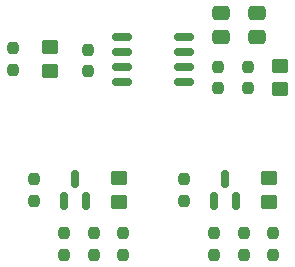
<source format=gbr>
%TF.GenerationSoftware,KiCad,Pcbnew,(6.0.2)*%
%TF.CreationDate,2022-03-01T12:56:46-05:00*%
%TF.ProjectId,shutter_tester,73687574-7465-4725-9f74-65737465722e,A*%
%TF.SameCoordinates,PX717cbc0PY57bcf00*%
%TF.FileFunction,Paste,Top*%
%TF.FilePolarity,Positive*%
%FSLAX46Y46*%
G04 Gerber Fmt 4.6, Leading zero omitted, Abs format (unit mm)*
G04 Created by KiCad (PCBNEW (6.0.2)) date 2022-03-01 12:56:46*
%MOMM*%
%LPD*%
G01*
G04 APERTURE LIST*
G04 Aperture macros list*
%AMRoundRect*
0 Rectangle with rounded corners*
0 $1 Rounding radius*
0 $2 $3 $4 $5 $6 $7 $8 $9 X,Y pos of 4 corners*
0 Add a 4 corners polygon primitive as box body*
4,1,4,$2,$3,$4,$5,$6,$7,$8,$9,$2,$3,0*
0 Add four circle primitives for the rounded corners*
1,1,$1+$1,$2,$3*
1,1,$1+$1,$4,$5*
1,1,$1+$1,$6,$7*
1,1,$1+$1,$8,$9*
0 Add four rect primitives between the rounded corners*
20,1,$1+$1,$2,$3,$4,$5,0*
20,1,$1+$1,$4,$5,$6,$7,0*
20,1,$1+$1,$6,$7,$8,$9,0*
20,1,$1+$1,$8,$9,$2,$3,0*%
G04 Aperture macros list end*
%ADD10RoundRect,0.249999X0.450001X-0.350001X0.450001X0.350001X-0.450001X0.350001X-0.450001X-0.350001X0*%
%ADD11RoundRect,0.237500X0.237500X-0.250000X0.237500X0.250000X-0.237500X0.250000X-0.237500X-0.250000X0*%
%ADD12RoundRect,0.150000X-0.675000X-0.150000X0.675000X-0.150000X0.675000X0.150000X-0.675000X0.150000X0*%
%ADD13RoundRect,0.249999X-0.450001X0.350001X-0.450001X-0.350001X0.450001X-0.350001X0.450001X0.350001X0*%
%ADD14RoundRect,0.237500X-0.237500X0.250000X-0.237500X-0.250000X0.237500X-0.250000X0.237500X0.250000X0*%
%ADD15RoundRect,0.250000X0.475000X-0.337500X0.475000X0.337500X-0.475000X0.337500X-0.475000X-0.337500X0*%
%ADD16RoundRect,0.150000X0.150000X-0.587500X0.150000X0.587500X-0.150000X0.587500X-0.150000X-0.587500X0*%
%ADD17RoundRect,0.250000X0.450000X-0.350000X0.450000X0.350000X-0.450000X0.350000X-0.450000X-0.350000X0*%
G04 APERTURE END LIST*
D10*
%TO.C,R1*%
X24600000Y-26950000D03*
X24600000Y-24950000D03*
%TD*%
D11*
%TO.C,R2*%
X17400000Y-26862500D03*
X17400000Y-25037500D03*
%TD*%
D12*
%TO.C,U1*%
X24875000Y-12995000D03*
X24875000Y-14265000D03*
X24875000Y-15535000D03*
X24875000Y-16805000D03*
X30125000Y-16805000D03*
X30125000Y-15535000D03*
X30125000Y-14265000D03*
X30125000Y-12995000D03*
%TD*%
D13*
%TO.C,R6*%
X18800000Y-13900000D03*
X18800000Y-15900000D03*
%TD*%
D14*
%TO.C,R5*%
X15600000Y-13987500D03*
X15600000Y-15812500D03*
%TD*%
D11*
%TO.C,R3*%
X22000000Y-15912500D03*
X22000000Y-14087500D03*
%TD*%
D15*
%TO.C,C1*%
X36250000Y-13037500D03*
X36250000Y-10962500D03*
%TD*%
D14*
%TO.C,R4*%
X33000000Y-15537500D03*
X33000000Y-17362500D03*
%TD*%
%TO.C,R7*%
X19950000Y-29637500D03*
X19950000Y-31462500D03*
%TD*%
D11*
%TO.C,R8*%
X22450000Y-31462500D03*
X22450000Y-29637500D03*
%TD*%
%TO.C,R11*%
X35150000Y-31462500D03*
X35150000Y-29637500D03*
%TD*%
D14*
%TO.C,R9*%
X24950000Y-29637500D03*
X24950000Y-31462500D03*
%TD*%
D15*
%TO.C,C2*%
X33250000Y-13037500D03*
X33250000Y-10962500D03*
%TD*%
D14*
%TO.C,R12*%
X37650000Y-29637500D03*
X37650000Y-31462500D03*
%TD*%
D16*
%TO.C,Q1*%
X19950000Y-26887500D03*
X21850000Y-26887500D03*
X20900000Y-25012500D03*
%TD*%
%TO.C,Q2*%
X32650000Y-26887500D03*
X34550000Y-26887500D03*
X33600000Y-25012500D03*
%TD*%
D17*
%TO.C,R13*%
X37300000Y-26950000D03*
X37300000Y-24950000D03*
%TD*%
D14*
%TO.C,R17*%
X35500000Y-15537500D03*
X35500000Y-17362500D03*
%TD*%
D17*
%TO.C,R18*%
X38250000Y-17450000D03*
X38250000Y-15450000D03*
%TD*%
D14*
%TO.C,R10*%
X32650000Y-29637500D03*
X32650000Y-31462500D03*
%TD*%
D11*
%TO.C,R14*%
X30100000Y-26862500D03*
X30100000Y-25037500D03*
%TD*%
M02*

</source>
